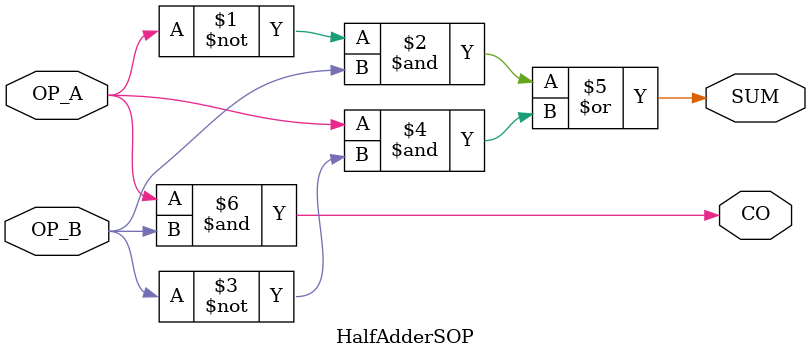
<source format=sv>
`timescale 1ns / 1ps

module HalfAdderSOP(
    input OP_A,
    input OP_B,
    output SUM,
    output CO
    );
    
    assign SUM = (~OP_A & OP_B) | (OP_A & ~OP_B);
    assign CO = OP_A & OP_B;
    
endmodule

</source>
